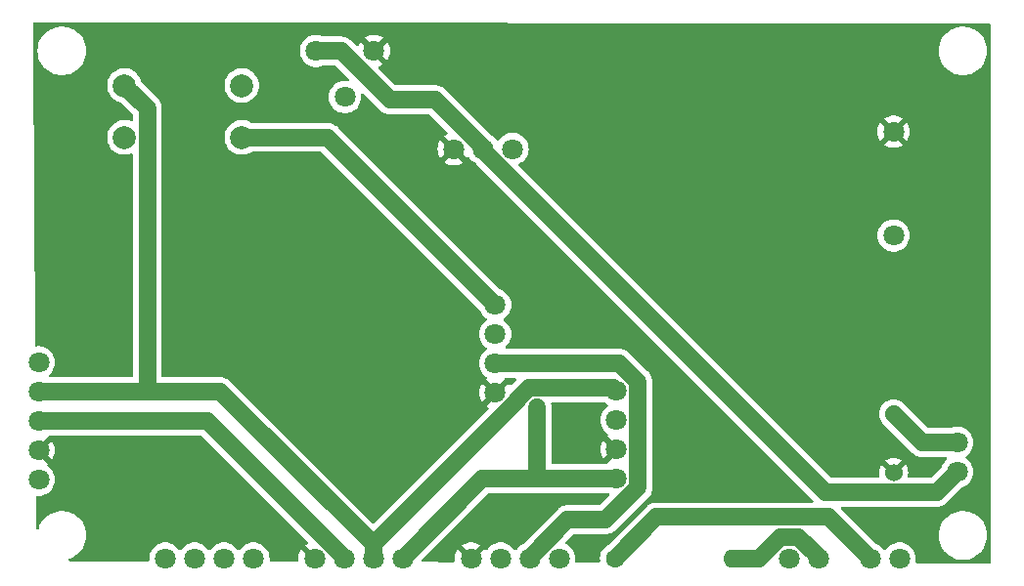
<source format=gbr>
%TF.GenerationSoftware,KiCad,Pcbnew,7.0.11+dfsg-1build4*%
%TF.CreationDate,2024-10-25T06:38:10+02:00*%
%TF.ProjectId,BertheVarioTac-Shema,42657274-6865-4566-9172-696f5461632d,rev?*%
%TF.SameCoordinates,Original*%
%TF.FileFunction,Copper,L1,Top*%
%TF.FilePolarity,Positive*%
%FSLAX46Y46*%
G04 Gerber Fmt 4.6, Leading zero omitted, Abs format (unit mm)*
G04 Created by KiCad (PCBNEW 7.0.11+dfsg-1build4) date 2024-10-25 06:38:10*
%MOMM*%
%LPD*%
G01*
G04 APERTURE LIST*
%TA.AperFunction,ComponentPad*%
%ADD10C,1.524000*%
%TD*%
%TA.AperFunction,ComponentPad*%
%ADD11C,1.800000*%
%TD*%
%TA.AperFunction,ComponentPad*%
%ADD12C,1.600000*%
%TD*%
%TA.AperFunction,ComponentPad*%
%ADD13O,1.600000X1.600000*%
%TD*%
%TA.AperFunction,ComponentPad*%
%ADD14C,2.000000*%
%TD*%
%TA.AperFunction,ViaPad*%
%ADD15C,0.600000*%
%TD*%
%TA.AperFunction,Conductor*%
%ADD16C,1.500000*%
%TD*%
G04 APERTURE END LIST*
D10*
%TO.P,BT1,1,+*%
%TO.N,Net-(BT1-+)*%
X168000000Y-127460000D03*
%TO.P,BT1,2,-*%
%TO.N,GNDREF*%
X168000000Y-132540000D03*
%TD*%
D11*
%TO.P,SW1,1*%
%TO.N,Net-(Lipo-1S-to-5V1-IN_3.7v)*%
X173500000Y-132500000D03*
%TO.P,SW1,2*%
%TO.N,Net-(BT1-+)*%
X173500000Y-129960000D03*
%TD*%
%TO.P,Usb-C-charger1,1,B-*%
%TO.N,GNDREF*%
X168000000Y-103000000D03*
%TO.P,Usb-C-charger1,2,+*%
%TO.N,Net-(BT1-+)*%
X168000000Y-112000000D03*
%TD*%
D12*
%TO.P,R1,1*%
%TO.N,Net-(R1-Pad1)*%
X143880000Y-140000000D03*
D13*
%TO.P,R1,2*%
%TO.N,Net-(P4-Pin_1)*%
X154040000Y-140000000D03*
%TD*%
D11*
%TO.P,CN1,1,Pin_1*%
%TO.N,Net-(BMP180_Press1-VIN)*%
X125500000Y-140000000D03*
%TO.P,CN1,2,Pin_2*%
%TO.N,Net-(BMP180_Press1-SDA)*%
X122960000Y-140000000D03*
%TO.P,CN1,3,Pin_3*%
%TO.N,Net-(BMP180_Press1-SCL)*%
X120420000Y-140000000D03*
%TO.P,CN1,4,Pin_4*%
%TO.N,GNDREF*%
X117880000Y-140000000D03*
%TD*%
D14*
%TO.P,R2,1*%
%TO.N,Net-(BMP180_Press1-VIN)*%
X111580000Y-99000000D03*
%TO.P,R2,2*%
%TO.N,Net-(BMP180_Press1-SDA)*%
X101420000Y-99000000D03*
%TD*%
D11*
%TO.P,S1,1,1*%
%TO.N,Net-(P4-Pin_2)*%
X168500000Y-140000000D03*
%TO.P,S1,2,2*%
%TO.N,Net-(R1-Pad1)*%
X165960000Y-140000000D03*
%TD*%
%TO.P,P4,1,Pin_1*%
%TO.N,Net-(P4-Pin_1)*%
X161500000Y-140000000D03*
%TO.P,P4,2,Pin_2*%
%TO.N,Net-(P4-Pin_2)*%
X158960000Y-140000000D03*
%TD*%
%TO.P,GPS-NEO6M1,1,GND*%
%TO.N,GNDREF*%
X133500000Y-125620000D03*
%TO.P,GPS-NEO6M1,2,TX*%
%TO.N,Net-(GPS-NEO6M1-TX)*%
X133500000Y-123080000D03*
%TO.P,GPS-NEO6M1,3,RX*%
%TO.N,unconnected-(GPS-NEO6M1-RX-Pad3)*%
X133500000Y-120540000D03*
%TO.P,GPS-NEO6M1,4,VCC*%
%TO.N,Net-(BMP180_Press1-VIN)*%
X133500000Y-118000000D03*
%TD*%
D14*
%TO.P,R3,1*%
%TO.N,Net-(BMP180_Press1-VIN)*%
X111580000Y-103500000D03*
%TO.P,R3,2*%
%TO.N,Net-(BMP180_Press1-SCL)*%
X101420000Y-103500000D03*
%TD*%
D11*
%TO.P,Lipo-1S-to-5V1,1,GND*%
%TO.N,GNDREF*%
X129920000Y-104500000D03*
%TO.P,Lipo-1S-to-5V1,2,IN_3.7v*%
%TO.N,Net-(Lipo-1S-to-5V1-IN_3.7v)*%
X132460000Y-104500000D03*
%TO.P,Lipo-1S-to-5V1,3,OUT_5V*%
%TO.N,Net-(Lipo-1S-to-5V1-OUT_5V)*%
X135000000Y-104500000D03*
%TD*%
%TO.P,QMC5883_Mag1,1,VCC*%
%TO.N,Net-(BMP180_Press1-VIN)*%
X94000000Y-133160000D03*
%TO.P,QMC5883_Mag1,2,GND*%
%TO.N,GNDREF*%
X94000000Y-130620000D03*
%TO.P,QMC5883_Mag1,3,SCL*%
%TO.N,Net-(BMP180_Press1-SCL)*%
X94000000Y-128080000D03*
%TO.P,QMC5883_Mag1,4,SDA*%
%TO.N,Net-(BMP180_Press1-SDA)*%
X94000000Y-125540000D03*
%TO.P,QMC5883_Mag1,5*%
%TO.N,N/C*%
X94000000Y-123000000D03*
%TD*%
%TO.P,P1,1,Pin_1*%
%TO.N,Net-(Lipo-1S-to-5V1-OUT_5V)*%
X139040000Y-140000000D03*
%TO.P,P1,2,Pin_2*%
%TO.N,Net-(GPS-NEO6M1-TX)*%
X136500000Y-140000000D03*
%TO.P,P1,3,Pin_3*%
%TO.N,unconnected-(P1-Pin_3-Pad3)*%
X133960000Y-140000000D03*
%TO.P,P1,4,Pin_4*%
%TO.N,GNDREF*%
X131420000Y-140000000D03*
%TD*%
%TO.P,P5,1,1*%
%TO.N,Net-(Lipo-1S-to-5V1-IN_3.7v)*%
X118000000Y-96000000D03*
%TO.P,P5,2,2*%
%TO.N,Net-(P3-Pin_3)*%
X120500000Y-100000000D03*
%TO.P,P5,3,3*%
%TO.N,GNDREF*%
X123000000Y-96000000D03*
%TD*%
%TO.P,BMP180_Press1,1,SDA*%
%TO.N,Net-(BMP180_Press1-SDA)*%
X144000000Y-125460000D03*
%TO.P,BMP180_Press1,2,SCL*%
%TO.N,Net-(BMP180_Press1-SCL)*%
X144000000Y-128000000D03*
%TO.P,BMP180_Press1,3,GND*%
%TO.N,GNDREF*%
X144000000Y-130540000D03*
%TO.P,BMP180_Press1,4,VIN*%
%TO.N,Net-(BMP180_Press1-VIN)*%
X144000000Y-133080000D03*
%TD*%
%TO.P,P3,1,Pin_1*%
%TO.N,unconnected-(P3-Pin_1-Pad1)*%
X112580000Y-140000000D03*
%TO.P,P3,2,Pin_2*%
%TO.N,unconnected-(P3-Pin_2-Pad2)*%
X110040000Y-140000000D03*
%TO.P,P3,3,Pin_3*%
%TO.N,Net-(P3-Pin_3)*%
X107500000Y-140000000D03*
%TO.P,P3,4,Pin_4*%
%TO.N,unconnected-(P3-Pin_4-Pad4)*%
X104960000Y-140000000D03*
%TD*%
D15*
%TO.N,Net-(BMP180_Press1-VIN)*%
X137124600Y-126899900D03*
%TD*%
D16*
%TO.N,Net-(Lipo-1S-to-5V1-IN_3.7v)*%
X132460000Y-104366500D02*
X132460000Y-104500000D01*
X128326800Y-100233300D02*
X132460000Y-104366500D01*
X124397600Y-100233300D02*
X128326800Y-100233300D01*
X120164300Y-96000000D02*
X124397600Y-100233300D01*
X118000000Y-96000000D02*
X120164300Y-96000000D01*
X171729800Y-134270200D02*
X173500000Y-132500000D01*
X162128800Y-134270200D02*
X171729800Y-134270200D01*
X132460000Y-104601400D02*
X162128800Y-134270200D01*
X132460000Y-104500000D02*
X132460000Y-104601400D01*
%TO.N,Net-(BMP180_Press1-SCL)*%
X108579000Y-128080000D02*
X94000000Y-128080000D01*
X120420000Y-139921000D02*
X108579000Y-128080000D01*
X120420000Y-140000000D02*
X120420000Y-139921000D01*
%TO.N,Net-(BMP180_Press1-SDA)*%
X135422700Y-126324700D02*
X122960000Y-138787400D01*
X135422700Y-126194900D02*
X135422700Y-126324700D01*
X136419600Y-125198000D02*
X135422700Y-126194900D01*
X143738000Y-125198000D02*
X136419600Y-125198000D01*
X144000000Y-125460000D02*
X143738000Y-125198000D01*
X122960000Y-138787400D02*
X122960000Y-140000000D01*
X103386700Y-100966700D02*
X101420000Y-99000000D01*
X103386700Y-125540000D02*
X103386700Y-100966700D01*
X109712600Y-125540000D02*
X103386700Y-125540000D01*
X122960000Y-138787400D02*
X109712600Y-125540000D01*
X103386700Y-125540000D02*
X94000000Y-125540000D01*
%TO.N,Net-(BMP180_Press1-VIN)*%
X137124600Y-126899900D02*
X137124600Y-133080000D01*
X144000000Y-133080000D02*
X137124600Y-133080000D01*
X132420000Y-133080000D02*
X125500000Y-140000000D01*
X137124600Y-133080000D02*
X132420000Y-133080000D01*
X119000000Y-103500000D02*
X111580000Y-103500000D01*
X133500000Y-118000000D02*
X119000000Y-103500000D01*
%TO.N,Net-(GPS-NEO6M1-TX)*%
X136500000Y-139894200D02*
X136500000Y-140000000D01*
X139776000Y-136618200D02*
X136500000Y-139894200D01*
X143092000Y-136618200D02*
X139776000Y-136618200D01*
X145859200Y-133851000D02*
X143092000Y-136618200D01*
X145859200Y-124686800D02*
X145859200Y-133851000D01*
X144252400Y-123080000D02*
X145859200Y-124686800D01*
X133500000Y-123080000D02*
X144252400Y-123080000D01*
%TO.N,Net-(BT1-+)*%
X170500000Y-129960000D02*
X168000000Y-127460000D01*
X173500000Y-129960000D02*
X170500000Y-129960000D01*
%TO.N,Net-(P4-Pin_1)*%
X161296900Y-139796900D02*
X161500000Y-140000000D01*
X161296800Y-139796900D02*
X161296900Y-139796900D01*
X161296800Y-139705900D02*
X161296800Y-139796900D01*
X159737700Y-138146800D02*
X161296800Y-139705900D01*
X158193200Y-138146800D02*
X159737700Y-138146800D01*
X156340000Y-140000000D02*
X158193200Y-138146800D01*
X154040000Y-140000000D02*
X156340000Y-140000000D01*
%TO.N,Net-(R1-Pad1)*%
X162361000Y-136401000D02*
X165960000Y-140000000D01*
X147479000Y-136401000D02*
X162361000Y-136401000D01*
X143880000Y-140000000D02*
X147479000Y-136401000D01*
%TD*%
%TA.AperFunction,Conductor*%
%TO.N,GNDREF*%
G36*
X176260171Y-93615943D02*
G01*
X176327183Y-93635720D01*
X176372865Y-93688587D01*
X176384000Y-93739828D01*
X176427127Y-140302840D01*
X176407504Y-140369898D01*
X176354743Y-140415702D01*
X176302841Y-140426955D01*
X169999301Y-140412410D01*
X169932307Y-140392570D01*
X169886674Y-140339661D01*
X169876890Y-140270480D01*
X169879382Y-140257967D01*
X169880361Y-140254100D01*
X169886134Y-140231305D01*
X169886507Y-140226808D01*
X169905300Y-140000006D01*
X169905300Y-139999993D01*
X169886135Y-139768702D01*
X169886133Y-139768691D01*
X169829157Y-139543699D01*
X169735924Y-139331151D01*
X169608983Y-139136852D01*
X169608980Y-139136849D01*
X169608979Y-139136847D01*
X169451784Y-138966087D01*
X169451779Y-138966083D01*
X169451777Y-138966081D01*
X169268634Y-138823535D01*
X169268628Y-138823531D01*
X169064504Y-138713064D01*
X169064495Y-138713061D01*
X168844984Y-138637702D01*
X168664428Y-138607573D01*
X168616049Y-138599500D01*
X168383951Y-138599500D01*
X168338164Y-138607140D01*
X168155015Y-138637702D01*
X167935504Y-138713061D01*
X167935495Y-138713064D01*
X167731371Y-138823531D01*
X167731365Y-138823535D01*
X167548222Y-138966081D01*
X167548219Y-138966084D01*
X167548216Y-138966086D01*
X167548216Y-138966087D01*
X167530011Y-138985863D01*
X167391016Y-139136852D01*
X167333809Y-139224416D01*
X167280662Y-139269773D01*
X167211431Y-139279197D01*
X167148095Y-139249695D01*
X167126191Y-139224416D01*
X167068983Y-139136852D01*
X167068980Y-139136849D01*
X167068979Y-139136847D01*
X166911784Y-138966087D01*
X166911779Y-138966083D01*
X166911777Y-138966081D01*
X166728634Y-138823535D01*
X166728628Y-138823531D01*
X166524504Y-138713064D01*
X166524495Y-138713061D01*
X166425298Y-138679006D01*
X166377880Y-138649406D01*
X165728474Y-138000000D01*
X171894592Y-138000000D01*
X171914201Y-138286680D01*
X171914201Y-138286684D01*
X171914202Y-138286686D01*
X171935984Y-138391509D01*
X171972666Y-138568034D01*
X171972667Y-138568037D01*
X172068894Y-138838793D01*
X172068893Y-138838793D01*
X172201098Y-139093935D01*
X172366812Y-139328700D01*
X172441655Y-139408836D01*
X172562947Y-139538708D01*
X172785853Y-139720055D01*
X172873423Y-139773308D01*
X173031382Y-139869365D01*
X173218237Y-139950526D01*
X173294942Y-139983844D01*
X173571642Y-140061371D01*
X173821920Y-140095771D01*
X173856321Y-140100500D01*
X173856322Y-140100500D01*
X174143679Y-140100500D01*
X174174370Y-140096281D01*
X174428358Y-140061371D01*
X174705058Y-139983844D01*
X174869726Y-139912319D01*
X174968617Y-139869365D01*
X174968620Y-139869363D01*
X174968625Y-139869361D01*
X175214147Y-139720055D01*
X175437053Y-139538708D01*
X175633189Y-139328698D01*
X175798901Y-139093936D01*
X175931104Y-138838797D01*
X176027334Y-138568032D01*
X176085798Y-138286686D01*
X176105408Y-138000000D01*
X176085798Y-137713314D01*
X176027334Y-137431968D01*
X175997347Y-137347594D01*
X175931105Y-137161206D01*
X175931106Y-137161206D01*
X175798901Y-136906064D01*
X175633187Y-136671299D01*
X175554554Y-136587105D01*
X175437053Y-136461292D01*
X175214147Y-136279945D01*
X175214146Y-136279944D01*
X174968617Y-136130634D01*
X174705063Y-136016158D01*
X174705061Y-136016157D01*
X174705058Y-136016156D01*
X174575578Y-135979877D01*
X174428364Y-135938630D01*
X174428359Y-135938629D01*
X174428358Y-135938629D01*
X174286018Y-135919064D01*
X174143679Y-135899500D01*
X174143678Y-135899500D01*
X173856322Y-135899500D01*
X173856321Y-135899500D01*
X173571642Y-135938629D01*
X173571635Y-135938630D01*
X173363861Y-135996845D01*
X173294942Y-136016156D01*
X173294939Y-136016156D01*
X173294936Y-136016158D01*
X173294935Y-136016158D01*
X173031382Y-136130634D01*
X172785853Y-136279944D01*
X172562950Y-136461289D01*
X172366812Y-136671299D01*
X172201098Y-136906064D01*
X172068894Y-137161206D01*
X171972667Y-137431962D01*
X171972666Y-137431965D01*
X171914201Y-137713319D01*
X171894592Y-138000000D01*
X165728474Y-138000000D01*
X163460855Y-135732381D01*
X163427370Y-135671058D01*
X163432354Y-135601366D01*
X163474226Y-135545433D01*
X163539690Y-135521016D01*
X163548536Y-135520700D01*
X171652614Y-135520700D01*
X171666497Y-135521479D01*
X171701627Y-135525438D01*
X171701628Y-135525437D01*
X171701630Y-135525438D01*
X171767733Y-135520981D01*
X171776075Y-135520700D01*
X171785949Y-135520700D01*
X171785955Y-135520700D01*
X171826593Y-135517041D01*
X171829304Y-135516828D01*
X171926212Y-135510296D01*
X171930446Y-135509228D01*
X171949641Y-135505967D01*
X171953988Y-135505577D01*
X172047656Y-135479725D01*
X172050244Y-135479041D01*
X172144483Y-135455296D01*
X172148455Y-135453491D01*
X172166762Y-135446854D01*
X172170970Y-135445693D01*
X172258540Y-135403521D01*
X172260931Y-135402402D01*
X172349426Y-135362207D01*
X172353020Y-135359716D01*
X172369835Y-135349924D01*
X172373773Y-135348029D01*
X172452392Y-135290908D01*
X172454524Y-135289394D01*
X172534454Y-135234020D01*
X172537543Y-135230930D01*
X172552345Y-135218288D01*
X172555878Y-135215722D01*
X172623039Y-135145475D01*
X172624896Y-135143576D01*
X173917882Y-133850590D01*
X173965294Y-133820993D01*
X174064503Y-133786936D01*
X174268626Y-133676470D01*
X174451784Y-133533913D01*
X174608979Y-133363153D01*
X174735924Y-133168849D01*
X174829157Y-132956300D01*
X174886134Y-132731305D01*
X174886135Y-132731297D01*
X174905300Y-132500006D01*
X174905300Y-132499993D01*
X174886135Y-132268702D01*
X174886133Y-132268691D01*
X174829157Y-132043699D01*
X174735924Y-131831151D01*
X174608983Y-131636852D01*
X174608980Y-131636849D01*
X174608979Y-131636847D01*
X174451784Y-131466087D01*
X174274180Y-131327853D01*
X174233368Y-131271143D01*
X174229693Y-131201370D01*
X174264324Y-131140687D01*
X174274181Y-131132146D01*
X174451784Y-130993913D01*
X174608979Y-130823153D01*
X174735924Y-130628849D01*
X174829157Y-130416300D01*
X174886134Y-130191305D01*
X174889156Y-130154835D01*
X174905300Y-129960006D01*
X174905300Y-129959993D01*
X174886135Y-129728702D01*
X174886133Y-129728691D01*
X174829157Y-129503699D01*
X174735924Y-129291151D01*
X174608983Y-129096852D01*
X174608980Y-129096849D01*
X174608979Y-129096847D01*
X174451784Y-128926087D01*
X174451779Y-128926083D01*
X174451777Y-128926081D01*
X174268634Y-128783535D01*
X174268628Y-128783531D01*
X174064504Y-128673064D01*
X174064495Y-128673061D01*
X173844984Y-128597702D01*
X173673282Y-128569050D01*
X173616049Y-128559500D01*
X173383951Y-128559500D01*
X173338164Y-128567140D01*
X173155015Y-128597702D01*
X172935501Y-128673062D01*
X172935486Y-128673069D01*
X172895786Y-128694554D01*
X172836768Y-128709500D01*
X171069336Y-128709500D01*
X171002297Y-128689815D01*
X170981655Y-128673181D01*
X169018137Y-126709663D01*
X169004242Y-126693104D01*
X169001268Y-126688857D01*
X168970826Y-126645380D01*
X168814620Y-126489174D01*
X168814616Y-126489171D01*
X168814615Y-126489170D01*
X168633666Y-126362468D01*
X168633662Y-126362466D01*
X168633660Y-126362465D01*
X168433450Y-126269106D01*
X168433447Y-126269105D01*
X168433445Y-126269104D01*
X168220070Y-126211930D01*
X168220062Y-126211929D01*
X168000002Y-126192677D01*
X167999998Y-126192677D01*
X167779937Y-126211929D01*
X167779929Y-126211930D01*
X167566554Y-126269104D01*
X167566548Y-126269107D01*
X167366340Y-126362465D01*
X167366338Y-126362466D01*
X167185377Y-126489175D01*
X167029175Y-126645377D01*
X166902466Y-126826338D01*
X166902465Y-126826340D01*
X166809107Y-127026548D01*
X166809104Y-127026554D01*
X166751930Y-127239929D01*
X166751929Y-127239937D01*
X166732677Y-127459997D01*
X166732677Y-127460002D01*
X166751929Y-127680062D01*
X166751930Y-127680070D01*
X166809104Y-127893445D01*
X166809105Y-127893447D01*
X166809106Y-127893450D01*
X166827217Y-127932289D01*
X166902466Y-128093662D01*
X166902468Y-128093666D01*
X167029170Y-128274615D01*
X167029174Y-128274620D01*
X167185380Y-128430826D01*
X167185381Y-128430827D01*
X167233106Y-128464244D01*
X167249664Y-128478138D01*
X169561182Y-130789656D01*
X169570448Y-130800024D01*
X169592492Y-130827666D01*
X169642395Y-130871266D01*
X169648491Y-130876965D01*
X169655471Y-130883945D01*
X169686798Y-130910098D01*
X169688864Y-130911864D01*
X169762001Y-130975763D01*
X169765750Y-130978003D01*
X169781624Y-130989265D01*
X169784981Y-130992068D01*
X169869516Y-131040034D01*
X169871778Y-131041352D01*
X169955236Y-131091215D01*
X169959327Y-131092750D01*
X169976955Y-131100996D01*
X169980755Y-131103153D01*
X170072450Y-131135238D01*
X170075023Y-131136172D01*
X170147320Y-131163305D01*
X170165976Y-131170307D01*
X170165980Y-131170307D01*
X170165981Y-131170308D01*
X170170264Y-131171085D01*
X170189086Y-131176052D01*
X170193218Y-131177498D01*
X170289233Y-131192704D01*
X170291828Y-131193145D01*
X170363558Y-131206163D01*
X170387452Y-131210500D01*
X170387453Y-131210500D01*
X170391828Y-131210500D01*
X170411231Y-131212028D01*
X170412938Y-131212297D01*
X170415540Y-131212710D01*
X170512641Y-131210531D01*
X170515423Y-131210500D01*
X172515395Y-131210500D01*
X172582434Y-131230185D01*
X172628189Y-131282989D01*
X172638133Y-131352147D01*
X172609108Y-131415703D01*
X172591560Y-131432351D01*
X172561278Y-131455920D01*
X172548217Y-131466086D01*
X172391016Y-131636852D01*
X172264076Y-131831149D01*
X172168783Y-132048396D01*
X172167822Y-132047974D01*
X172141678Y-132089846D01*
X171248145Y-132983381D01*
X171186822Y-133016866D01*
X171160464Y-133019700D01*
X169339584Y-133019700D01*
X169272545Y-133000015D01*
X169226790Y-132947211D01*
X169216846Y-132878053D01*
X169219809Y-132863607D01*
X169247573Y-132759986D01*
X169247575Y-132759976D01*
X169266821Y-132540000D01*
X169266821Y-132539999D01*
X169247575Y-132320023D01*
X169247573Y-132320013D01*
X169190424Y-132106729D01*
X169190420Y-132106720D01*
X169097096Y-131906586D01*
X169051741Y-131841811D01*
X169051740Y-131841810D01*
X168384903Y-132508646D01*
X168384949Y-132508102D01*
X168353734Y-132384838D01*
X168284187Y-132278388D01*
X168183843Y-132200287D01*
X168063578Y-132159000D01*
X168027448Y-132159000D01*
X168698188Y-131488259D01*
X168698187Y-131488258D01*
X168633411Y-131442901D01*
X168633405Y-131442898D01*
X168433284Y-131349580D01*
X168433270Y-131349575D01*
X168219986Y-131292426D01*
X168219976Y-131292424D01*
X168000001Y-131273179D01*
X167999999Y-131273179D01*
X167780023Y-131292424D01*
X167780013Y-131292426D01*
X167566729Y-131349575D01*
X167566720Y-131349579D01*
X167366590Y-131442901D01*
X167301811Y-131488258D01*
X167972553Y-132159000D01*
X167968431Y-132159000D01*
X167874579Y-132174661D01*
X167762749Y-132235180D01*
X167676629Y-132328731D01*
X167625552Y-132445177D01*
X167619894Y-132513447D01*
X166948258Y-131841811D01*
X166902901Y-131906590D01*
X166809579Y-132106720D01*
X166809575Y-132106729D01*
X166752426Y-132320013D01*
X166752424Y-132320023D01*
X166733179Y-132539999D01*
X166733179Y-132540000D01*
X166752424Y-132759976D01*
X166752426Y-132759986D01*
X166780191Y-132863607D01*
X166778528Y-132933457D01*
X166739365Y-132991319D01*
X166675137Y-133018823D01*
X166660416Y-133019700D01*
X162698137Y-133019700D01*
X162631098Y-133000015D01*
X162610456Y-132983381D01*
X141627080Y-112000006D01*
X166594700Y-112000006D01*
X166613864Y-112231297D01*
X166613866Y-112231308D01*
X166670842Y-112456300D01*
X166764075Y-112668848D01*
X166891016Y-112863147D01*
X166891019Y-112863151D01*
X166891021Y-112863153D01*
X167048216Y-113033913D01*
X167048219Y-113033915D01*
X167048222Y-113033918D01*
X167231365Y-113176464D01*
X167231371Y-113176468D01*
X167231374Y-113176470D01*
X167435497Y-113286936D01*
X167549487Y-113326068D01*
X167655015Y-113362297D01*
X167655017Y-113362297D01*
X167655019Y-113362298D01*
X167883951Y-113400500D01*
X167883952Y-113400500D01*
X168116048Y-113400500D01*
X168116049Y-113400500D01*
X168344981Y-113362298D01*
X168564503Y-113286936D01*
X168768626Y-113176470D01*
X168951784Y-113033913D01*
X169108979Y-112863153D01*
X169235924Y-112668849D01*
X169329157Y-112456300D01*
X169386134Y-112231305D01*
X169405300Y-112000000D01*
X169405300Y-111999993D01*
X169386135Y-111768702D01*
X169386133Y-111768691D01*
X169329157Y-111543699D01*
X169235924Y-111331151D01*
X169108983Y-111136852D01*
X169108980Y-111136849D01*
X169108979Y-111136847D01*
X168951784Y-110966087D01*
X168951779Y-110966083D01*
X168951777Y-110966081D01*
X168768634Y-110823535D01*
X168768628Y-110823531D01*
X168564504Y-110713064D01*
X168564495Y-110713061D01*
X168344984Y-110637702D01*
X168173282Y-110609050D01*
X168116049Y-110599500D01*
X167883951Y-110599500D01*
X167838164Y-110607140D01*
X167655015Y-110637702D01*
X167435504Y-110713061D01*
X167435495Y-110713064D01*
X167231371Y-110823531D01*
X167231365Y-110823535D01*
X167048222Y-110966081D01*
X167048219Y-110966084D01*
X166891016Y-111136852D01*
X166764075Y-111331151D01*
X166670842Y-111543699D01*
X166613866Y-111768691D01*
X166613864Y-111768702D01*
X166594700Y-111999993D01*
X166594700Y-112000006D01*
X141627080Y-112000006D01*
X135584443Y-105957369D01*
X135550958Y-105896046D01*
X135555942Y-105826354D01*
X135597814Y-105770421D01*
X135613102Y-105760635D01*
X135768626Y-105676470D01*
X135769170Y-105676047D01*
X135830129Y-105628600D01*
X135951784Y-105533913D01*
X136108979Y-105363153D01*
X136235924Y-105168849D01*
X136329157Y-104956300D01*
X136386134Y-104731305D01*
X136386135Y-104731297D01*
X136405300Y-104500006D01*
X136405300Y-104499993D01*
X136386135Y-104268702D01*
X136386133Y-104268691D01*
X136329157Y-104043699D01*
X136235924Y-103831151D01*
X136108983Y-103636852D01*
X136108980Y-103636849D01*
X136108979Y-103636847D01*
X135951784Y-103466087D01*
X135951779Y-103466083D01*
X135951777Y-103466081D01*
X135768634Y-103323535D01*
X135768628Y-103323531D01*
X135564504Y-103213064D01*
X135564495Y-103213061D01*
X135344984Y-103137702D01*
X135173282Y-103109050D01*
X135116049Y-103099500D01*
X134883951Y-103099500D01*
X134838164Y-103107140D01*
X134655015Y-103137702D01*
X134435504Y-103213061D01*
X134435495Y-103213064D01*
X134231371Y-103323531D01*
X134231365Y-103323535D01*
X134048222Y-103466081D01*
X134048219Y-103466084D01*
X134048216Y-103466086D01*
X134048216Y-103466087D01*
X133989267Y-103530122D01*
X133891016Y-103636852D01*
X133833809Y-103724416D01*
X133780662Y-103769773D01*
X133711431Y-103779197D01*
X133648095Y-103749695D01*
X133626191Y-103724416D01*
X133568983Y-103636852D01*
X133568980Y-103636849D01*
X133568979Y-103636847D01*
X133411784Y-103466087D01*
X133411779Y-103466083D01*
X133411777Y-103466081D01*
X133228634Y-103323535D01*
X133228619Y-103323525D01*
X133150528Y-103281264D01*
X133121865Y-103259891D01*
X132861979Y-103000005D01*
X166595202Y-103000005D01*
X166614361Y-103231218D01*
X166671317Y-103456135D01*
X166764515Y-103668606D01*
X166848812Y-103797633D01*
X167602046Y-103044399D01*
X167614835Y-103125148D01*
X167672359Y-103238045D01*
X167761955Y-103327641D01*
X167874852Y-103385165D01*
X167955599Y-103397953D01*
X167201201Y-104152351D01*
X167231649Y-104176050D01*
X167435697Y-104286476D01*
X167435706Y-104286479D01*
X167655139Y-104361811D01*
X167883993Y-104400000D01*
X168116007Y-104400000D01*
X168344860Y-104361811D01*
X168564293Y-104286479D01*
X168564301Y-104286476D01*
X168768355Y-104176047D01*
X168798797Y-104152351D01*
X168798798Y-104152350D01*
X168044401Y-103397953D01*
X168125148Y-103385165D01*
X168238045Y-103327641D01*
X168327641Y-103238045D01*
X168385165Y-103125148D01*
X168397953Y-103044400D01*
X169151186Y-103797633D01*
X169235482Y-103668611D01*
X169328682Y-103456135D01*
X169385638Y-103231218D01*
X169404798Y-103000005D01*
X169404798Y-102999994D01*
X169385638Y-102768781D01*
X169328682Y-102543864D01*
X169235484Y-102331393D01*
X169151186Y-102202365D01*
X168397953Y-102955598D01*
X168385165Y-102874852D01*
X168327641Y-102761955D01*
X168238045Y-102672359D01*
X168125148Y-102614835D01*
X168044400Y-102602046D01*
X168798797Y-101847647D01*
X168798797Y-101847645D01*
X168768360Y-101823955D01*
X168768354Y-101823951D01*
X168564302Y-101713523D01*
X168564293Y-101713520D01*
X168344860Y-101638188D01*
X168116007Y-101600000D01*
X167883993Y-101600000D01*
X167655139Y-101638188D01*
X167435706Y-101713520D01*
X167435697Y-101713523D01*
X167231650Y-101823949D01*
X167201200Y-101847647D01*
X167955600Y-102602046D01*
X167874852Y-102614835D01*
X167761955Y-102672359D01*
X167672359Y-102761955D01*
X167614835Y-102874852D01*
X167602046Y-102955600D01*
X166848811Y-102202365D01*
X166764516Y-102331390D01*
X166671317Y-102543864D01*
X166614361Y-102768781D01*
X166595202Y-102999994D01*
X166595202Y-103000005D01*
X132861979Y-103000005D01*
X129265616Y-99403642D01*
X129256349Y-99393273D01*
X129234306Y-99365632D01*
X129184403Y-99322032D01*
X129178307Y-99316333D01*
X129171332Y-99309358D01*
X129171321Y-99309348D01*
X129140055Y-99283245D01*
X129137939Y-99281438D01*
X129064803Y-99217540D01*
X129064797Y-99217536D01*
X129064796Y-99217535D01*
X129061041Y-99215291D01*
X129045173Y-99204032D01*
X129041819Y-99201232D01*
X129041818Y-99201231D01*
X129041813Y-99201227D01*
X128957348Y-99153301D01*
X128954944Y-99151901D01*
X128871563Y-99102084D01*
X128867469Y-99100548D01*
X128849844Y-99092302D01*
X128846045Y-99090146D01*
X128754369Y-99058067D01*
X128751753Y-99057119D01*
X128660829Y-99022994D01*
X128660819Y-99022991D01*
X128656523Y-99022212D01*
X128637718Y-99017249D01*
X128633584Y-99015802D01*
X128633577Y-99015801D01*
X128537648Y-99000607D01*
X128534905Y-99000141D01*
X128439350Y-98982800D01*
X128439347Y-98982800D01*
X128434972Y-98982800D01*
X128415569Y-98981272D01*
X128411260Y-98980589D01*
X128314159Y-98982769D01*
X128311377Y-98982800D01*
X124966936Y-98982800D01*
X124899897Y-98963115D01*
X124879255Y-98946481D01*
X123447896Y-97515122D01*
X123414411Y-97453799D01*
X123419395Y-97384107D01*
X123461267Y-97328174D01*
X123495315Y-97310159D01*
X123564301Y-97286476D01*
X123768355Y-97176047D01*
X123798797Y-97152351D01*
X123798798Y-97152351D01*
X123044400Y-96397953D01*
X123125148Y-96385165D01*
X123238045Y-96327641D01*
X123327641Y-96238045D01*
X123385165Y-96125148D01*
X123397953Y-96044400D01*
X124151186Y-96797633D01*
X124235482Y-96668611D01*
X124328682Y-96456135D01*
X124385638Y-96231218D01*
X124404798Y-96000005D01*
X124404798Y-96000000D01*
X171894592Y-96000000D01*
X171914201Y-96286680D01*
X171914201Y-96286684D01*
X171914202Y-96286686D01*
X171928097Y-96353553D01*
X171972666Y-96568034D01*
X171972667Y-96568037D01*
X172068894Y-96838793D01*
X172068893Y-96838793D01*
X172201098Y-97093935D01*
X172366812Y-97328700D01*
X172451923Y-97419831D01*
X172562947Y-97538708D01*
X172664309Y-97621172D01*
X172785853Y-97720055D01*
X173031382Y-97869365D01*
X173218237Y-97950526D01*
X173294942Y-97983844D01*
X173571642Y-98061371D01*
X173821920Y-98095771D01*
X173856321Y-98100500D01*
X173856322Y-98100500D01*
X174143679Y-98100500D01*
X174174370Y-98096281D01*
X174428358Y-98061371D01*
X174705058Y-97983844D01*
X174818015Y-97934779D01*
X174968617Y-97869365D01*
X174968620Y-97869363D01*
X174968625Y-97869361D01*
X175214147Y-97720055D01*
X175437053Y-97538708D01*
X175633189Y-97328698D01*
X175798901Y-97093936D01*
X175931104Y-96838797D01*
X176027334Y-96568032D01*
X176085798Y-96286686D01*
X176105408Y-96000000D01*
X176085798Y-95713314D01*
X176027334Y-95431968D01*
X175931105Y-95161206D01*
X175931106Y-95161206D01*
X175798901Y-94906064D01*
X175633187Y-94671299D01*
X175554554Y-94587105D01*
X175437053Y-94461292D01*
X175214147Y-94279945D01*
X175214146Y-94279944D01*
X174968617Y-94130634D01*
X174705063Y-94016158D01*
X174705061Y-94016157D01*
X174705058Y-94016156D01*
X174575578Y-93979877D01*
X174428364Y-93938630D01*
X174428359Y-93938629D01*
X174428358Y-93938629D01*
X174286018Y-93919064D01*
X174143679Y-93899500D01*
X174143678Y-93899500D01*
X173856322Y-93899500D01*
X173856321Y-93899500D01*
X173571642Y-93938629D01*
X173571635Y-93938630D01*
X173363861Y-93996845D01*
X173294942Y-94016156D01*
X173294939Y-94016156D01*
X173294936Y-94016158D01*
X173294935Y-94016158D01*
X173031382Y-94130634D01*
X172785853Y-94279944D01*
X172562950Y-94461289D01*
X172366812Y-94671299D01*
X172201098Y-94906064D01*
X172068894Y-95161206D01*
X171972667Y-95431962D01*
X171972666Y-95431965D01*
X171914201Y-95713319D01*
X171894592Y-96000000D01*
X124404798Y-96000000D01*
X124404798Y-95999994D01*
X124385638Y-95768781D01*
X124328682Y-95543864D01*
X124235484Y-95331393D01*
X124151186Y-95202365D01*
X123397953Y-95955598D01*
X123385165Y-95874852D01*
X123327641Y-95761955D01*
X123238045Y-95672359D01*
X123125148Y-95614835D01*
X123044400Y-95602046D01*
X123798797Y-94847647D01*
X123798797Y-94847645D01*
X123768360Y-94823955D01*
X123768354Y-94823951D01*
X123564302Y-94713523D01*
X123564293Y-94713520D01*
X123344860Y-94638188D01*
X123116007Y-94600000D01*
X122883993Y-94600000D01*
X122655139Y-94638188D01*
X122435706Y-94713520D01*
X122435697Y-94713523D01*
X122231650Y-94823949D01*
X122201200Y-94847647D01*
X122955600Y-95602046D01*
X122874852Y-95614835D01*
X122761955Y-95672359D01*
X122672359Y-95761955D01*
X122614835Y-95874852D01*
X122602046Y-95955599D01*
X121848811Y-95202365D01*
X121764516Y-95331390D01*
X121684863Y-95512981D01*
X121639907Y-95566467D01*
X121573171Y-95587157D01*
X121505843Y-95568482D01*
X121483626Y-95550852D01*
X121103116Y-95170342D01*
X121093849Y-95159973D01*
X121071806Y-95132332D01*
X121021903Y-95088732D01*
X121015807Y-95083033D01*
X121008832Y-95076058D01*
X121008821Y-95076048D01*
X120977555Y-95049945D01*
X120975439Y-95048138D01*
X120902303Y-94984240D01*
X120902297Y-94984236D01*
X120902296Y-94984235D01*
X120898541Y-94981991D01*
X120882673Y-94970732D01*
X120879319Y-94967932D01*
X120879318Y-94967931D01*
X120879313Y-94967927D01*
X120794848Y-94920001D01*
X120792444Y-94918601D01*
X120709063Y-94868784D01*
X120704969Y-94867248D01*
X120687344Y-94859002D01*
X120683545Y-94856846D01*
X120591869Y-94824767D01*
X120589253Y-94823819D01*
X120498329Y-94789694D01*
X120498319Y-94789691D01*
X120494023Y-94788912D01*
X120475218Y-94783949D01*
X120471084Y-94782502D01*
X120471077Y-94782501D01*
X120375148Y-94767307D01*
X120372405Y-94766841D01*
X120276850Y-94749500D01*
X120276847Y-94749500D01*
X120272472Y-94749500D01*
X120253069Y-94747972D01*
X120248760Y-94747289D01*
X120151659Y-94749469D01*
X120148877Y-94749500D01*
X118663232Y-94749500D01*
X118604214Y-94734554D01*
X118564513Y-94713069D01*
X118564507Y-94713066D01*
X118564503Y-94713064D01*
X118564500Y-94713063D01*
X118564498Y-94713062D01*
X118344984Y-94637702D01*
X118173282Y-94609050D01*
X118116049Y-94599500D01*
X117883951Y-94599500D01*
X117838164Y-94607140D01*
X117655015Y-94637702D01*
X117435504Y-94713061D01*
X117435495Y-94713064D01*
X117231371Y-94823531D01*
X117231365Y-94823535D01*
X117048222Y-94966081D01*
X117048219Y-94966084D01*
X116891016Y-95136852D01*
X116764075Y-95331151D01*
X116670842Y-95543699D01*
X116613866Y-95768691D01*
X116613864Y-95768702D01*
X116594700Y-95999993D01*
X116594700Y-96000006D01*
X116613864Y-96231297D01*
X116613866Y-96231308D01*
X116670842Y-96456300D01*
X116764075Y-96668848D01*
X116891016Y-96863147D01*
X116891019Y-96863151D01*
X116891021Y-96863153D01*
X117048216Y-97033913D01*
X117048219Y-97033915D01*
X117048222Y-97033918D01*
X117231365Y-97176464D01*
X117231371Y-97176468D01*
X117231374Y-97176470D01*
X117435497Y-97286936D01*
X117549487Y-97326068D01*
X117655015Y-97362297D01*
X117655017Y-97362297D01*
X117655019Y-97362298D01*
X117883951Y-97400500D01*
X117883952Y-97400500D01*
X118116048Y-97400500D01*
X118116049Y-97400500D01*
X118344981Y-97362298D01*
X118564503Y-97286936D01*
X118586696Y-97274925D01*
X118604214Y-97265446D01*
X118663232Y-97250500D01*
X119594964Y-97250500D01*
X119662003Y-97270185D01*
X119682645Y-97286819D01*
X120797593Y-98401767D01*
X120831078Y-98463090D01*
X120826094Y-98532782D01*
X120784222Y-98588715D01*
X120718758Y-98613132D01*
X120689503Y-98611757D01*
X120616049Y-98599500D01*
X120383951Y-98599500D01*
X120338164Y-98607140D01*
X120155015Y-98637702D01*
X119935504Y-98713061D01*
X119935495Y-98713064D01*
X119731371Y-98823531D01*
X119731365Y-98823535D01*
X119548222Y-98966081D01*
X119548219Y-98966084D01*
X119548216Y-98966086D01*
X119548216Y-98966087D01*
X119516867Y-99000141D01*
X119391016Y-99136852D01*
X119264075Y-99331151D01*
X119170842Y-99543699D01*
X119113866Y-99768691D01*
X119113864Y-99768702D01*
X119094700Y-99999993D01*
X119094700Y-100000006D01*
X119113864Y-100231297D01*
X119113866Y-100231308D01*
X119170842Y-100456300D01*
X119264075Y-100668848D01*
X119391016Y-100863147D01*
X119391019Y-100863151D01*
X119391021Y-100863153D01*
X119548216Y-101033913D01*
X119548219Y-101033915D01*
X119548222Y-101033918D01*
X119731365Y-101176464D01*
X119731371Y-101176468D01*
X119731374Y-101176470D01*
X119935497Y-101286936D01*
X120016362Y-101314697D01*
X120155015Y-101362297D01*
X120155017Y-101362297D01*
X120155019Y-101362298D01*
X120383951Y-101400500D01*
X120383952Y-101400500D01*
X120616048Y-101400500D01*
X120616049Y-101400500D01*
X120844981Y-101362298D01*
X121064503Y-101286936D01*
X121268626Y-101176470D01*
X121309617Y-101144566D01*
X121365634Y-101100966D01*
X121451784Y-101033913D01*
X121608979Y-100863153D01*
X121735924Y-100668849D01*
X121829157Y-100456300D01*
X121886134Y-100231305D01*
X121891873Y-100162046D01*
X121905300Y-100000006D01*
X121905300Y-99999994D01*
X121888916Y-99802268D01*
X121902997Y-99733832D01*
X121951842Y-99683873D01*
X122019943Y-99668252D01*
X122085679Y-99691929D01*
X122100173Y-99704347D01*
X123458782Y-101062956D01*
X123468048Y-101073324D01*
X123490092Y-101100966D01*
X123539995Y-101144566D01*
X123546091Y-101150265D01*
X123553066Y-101157240D01*
X123553077Y-101157250D01*
X123584339Y-101183350D01*
X123586454Y-101185156D01*
X123659604Y-101249065D01*
X123663350Y-101251303D01*
X123679224Y-101262565D01*
X123682581Y-101265368D01*
X123767116Y-101313334D01*
X123769378Y-101314652D01*
X123852836Y-101364515D01*
X123856927Y-101366050D01*
X123874555Y-101374296D01*
X123878355Y-101376453D01*
X123970096Y-101408554D01*
X123972598Y-101409461D01*
X124063576Y-101443607D01*
X124066165Y-101444076D01*
X124067874Y-101444387D01*
X124086689Y-101449353D01*
X124090817Y-101450798D01*
X124186837Y-101466005D01*
X124189432Y-101466446D01*
X124261032Y-101479440D01*
X124285052Y-101483800D01*
X124285053Y-101483800D01*
X124289428Y-101483800D01*
X124308831Y-101485328D01*
X124310538Y-101485597D01*
X124313140Y-101486010D01*
X124410221Y-101483831D01*
X124413004Y-101483800D01*
X127757464Y-101483800D01*
X127824503Y-101503485D01*
X127845145Y-101520119D01*
X129356753Y-103031727D01*
X129390238Y-103093050D01*
X129385254Y-103162742D01*
X129343382Y-103218675D01*
X129328090Y-103228462D01*
X129151656Y-103323944D01*
X129151652Y-103323947D01*
X129121200Y-103347647D01*
X129875599Y-104102046D01*
X129794852Y-104114835D01*
X129681955Y-104172359D01*
X129592359Y-104261955D01*
X129534835Y-104374852D01*
X129522046Y-104455600D01*
X128768811Y-103702365D01*
X128684516Y-103831390D01*
X128591317Y-104043864D01*
X128534361Y-104268781D01*
X128515202Y-104499994D01*
X128515202Y-104500005D01*
X128534361Y-104731218D01*
X128591317Y-104956135D01*
X128684515Y-105168606D01*
X128768812Y-105297633D01*
X129522046Y-104544399D01*
X129534835Y-104625148D01*
X129592359Y-104738045D01*
X129681955Y-104827641D01*
X129794852Y-104885165D01*
X129875599Y-104897953D01*
X129121201Y-105652351D01*
X129151649Y-105676050D01*
X129355697Y-105786476D01*
X129355706Y-105786479D01*
X129575139Y-105861811D01*
X129803993Y-105900000D01*
X130036007Y-105900000D01*
X130264860Y-105861811D01*
X130484293Y-105786479D01*
X130484301Y-105786476D01*
X130688355Y-105676047D01*
X130718797Y-105652351D01*
X130718798Y-105652350D01*
X129964401Y-104897953D01*
X130045148Y-104885165D01*
X130158045Y-104827641D01*
X130247641Y-104738045D01*
X130305165Y-104625148D01*
X130317953Y-104544400D01*
X131071185Y-105297632D01*
X131085891Y-105275125D01*
X131139037Y-105229768D01*
X131208268Y-105220344D01*
X131271604Y-105249846D01*
X131293508Y-105275123D01*
X131351021Y-105363153D01*
X131508216Y-105533913D01*
X131508219Y-105533915D01*
X131508222Y-105533918D01*
X131691365Y-105676464D01*
X131691372Y-105676468D01*
X131691374Y-105676470D01*
X131839430Y-105756594D01*
X131868093Y-105777967D01*
X161028945Y-134938819D01*
X161062430Y-135000142D01*
X161057446Y-135069834D01*
X161015574Y-135125767D01*
X160950110Y-135150184D01*
X160941264Y-135150500D01*
X147556186Y-135150500D01*
X147542303Y-135149720D01*
X147532693Y-135148637D01*
X147507176Y-135145762D01*
X147507169Y-135145761D01*
X147444307Y-135150000D01*
X147441062Y-135150219D01*
X147432722Y-135150500D01*
X147422837Y-135150500D01*
X147382284Y-135154149D01*
X147379516Y-135154367D01*
X147282588Y-135160902D01*
X147282581Y-135160903D01*
X147278327Y-135161975D01*
X147259174Y-135165230D01*
X147254811Y-135165623D01*
X147254802Y-135165624D01*
X147161213Y-135191454D01*
X147158524Y-135192164D01*
X147064318Y-135215903D01*
X147060322Y-135217718D01*
X147042059Y-135224339D01*
X147037838Y-135225504D01*
X147037821Y-135225510D01*
X146950289Y-135267662D01*
X146947772Y-135268840D01*
X146859374Y-135308992D01*
X146855772Y-135311488D01*
X146838980Y-135321267D01*
X146835029Y-135323170D01*
X146835020Y-135323175D01*
X146756411Y-135380287D01*
X146754185Y-135381866D01*
X146724601Y-135402363D01*
X146674345Y-135437180D01*
X146671239Y-135440286D01*
X146656465Y-135452903D01*
X146652928Y-135455473D01*
X146652921Y-135455478D01*
X146585804Y-135525677D01*
X146583859Y-135527665D01*
X143270509Y-138841015D01*
X143235242Y-138865712D01*
X143227264Y-138869432D01*
X143040858Y-138999954D01*
X142879954Y-139160858D01*
X142749432Y-139347265D01*
X142749431Y-139347267D01*
X142653261Y-139553502D01*
X142653258Y-139553511D01*
X142594366Y-139773302D01*
X142594364Y-139773313D01*
X142574532Y-139999998D01*
X142574532Y-140000002D01*
X142593261Y-140214082D01*
X142579494Y-140282582D01*
X142530879Y-140332765D01*
X142469447Y-140348889D01*
X140551171Y-140344463D01*
X140484177Y-140324623D01*
X140438544Y-140271714D01*
X140427881Y-140210223D01*
X140445300Y-140000005D01*
X140445300Y-139999993D01*
X140426135Y-139768702D01*
X140426133Y-139768691D01*
X140369157Y-139543699D01*
X140275924Y-139331151D01*
X140148983Y-139136852D01*
X140148980Y-139136849D01*
X140148979Y-139136847D01*
X139991784Y-138966087D01*
X139991779Y-138966083D01*
X139991777Y-138966081D01*
X139808634Y-138823535D01*
X139808628Y-138823531D01*
X139650250Y-138737821D01*
X139600660Y-138688601D01*
X139585552Y-138620384D01*
X139609723Y-138554829D01*
X139621579Y-138541093D01*
X140257655Y-137905019D01*
X140318978Y-137871534D01*
X140345336Y-137868700D01*
X143014814Y-137868700D01*
X143028697Y-137869479D01*
X143063827Y-137873438D01*
X143063828Y-137873437D01*
X143063830Y-137873438D01*
X143129933Y-137868981D01*
X143138275Y-137868700D01*
X143148149Y-137868700D01*
X143148155Y-137868700D01*
X143188793Y-137865041D01*
X143191504Y-137864828D01*
X143288412Y-137858296D01*
X143292646Y-137857228D01*
X143311841Y-137853967D01*
X143316188Y-137853577D01*
X143409856Y-137827725D01*
X143412444Y-137827041D01*
X143506683Y-137803296D01*
X143510655Y-137801491D01*
X143528962Y-137794854D01*
X143533170Y-137793693D01*
X143620740Y-137751521D01*
X143623131Y-137750402D01*
X143711626Y-137710207D01*
X143715220Y-137707716D01*
X143732035Y-137697924D01*
X143735973Y-137696029D01*
X143740575Y-137692686D01*
X143763220Y-137676233D01*
X143814592Y-137638908D01*
X143816724Y-137637394D01*
X143896654Y-137582020D01*
X143899743Y-137578930D01*
X143914545Y-137566288D01*
X143918078Y-137563722D01*
X143985239Y-137493475D01*
X143987096Y-137491576D01*
X146688866Y-134789806D01*
X146699216Y-134780557D01*
X146726866Y-134758508D01*
X146770467Y-134708601D01*
X146776157Y-134702516D01*
X146783145Y-134695529D01*
X146809319Y-134664175D01*
X146811019Y-134662185D01*
X146874965Y-134588996D01*
X146877202Y-134585250D01*
X146888469Y-134569369D01*
X146891268Y-134566018D01*
X146939255Y-134481445D01*
X146940549Y-134479223D01*
X146990415Y-134395764D01*
X146991949Y-134391675D01*
X147000198Y-134374044D01*
X147002354Y-134370245D01*
X147034459Y-134278491D01*
X147035390Y-134275925D01*
X147069505Y-134185029D01*
X147069504Y-134185029D01*
X147069507Y-134185024D01*
X147070285Y-134180735D01*
X147075257Y-134161896D01*
X147076698Y-134157782D01*
X147091912Y-134061717D01*
X147092340Y-134059200D01*
X147109700Y-133963547D01*
X147109700Y-133959175D01*
X147111227Y-133939777D01*
X147111910Y-133935464D01*
X147111911Y-133935459D01*
X147109730Y-133838332D01*
X147109700Y-133835551D01*
X147109700Y-124763975D01*
X147110480Y-124750090D01*
X147114437Y-124714972D01*
X147111562Y-124672334D01*
X147109981Y-124648875D01*
X147109700Y-124640534D01*
X147109700Y-124630650D01*
X147109700Y-124630645D01*
X147106043Y-124590015D01*
X147105826Y-124587252D01*
X147099296Y-124490387D01*
X147098227Y-124486147D01*
X147094968Y-124466958D01*
X147094926Y-124466499D01*
X147094577Y-124462612D01*
X147068732Y-124368968D01*
X147068040Y-124366348D01*
X147044296Y-124272116D01*
X147042490Y-124268140D01*
X147035854Y-124249839D01*
X147034693Y-124245630D01*
X146992540Y-124158099D01*
X146991389Y-124155639D01*
X146951207Y-124067174D01*
X146948717Y-124063580D01*
X146938925Y-124046764D01*
X146937029Y-124042827D01*
X146879939Y-123964250D01*
X146878328Y-123961979D01*
X146823020Y-123882145D01*
X146819925Y-123879050D01*
X146807287Y-123864253D01*
X146806483Y-123863147D01*
X146804722Y-123860722D01*
X146804718Y-123860718D01*
X146734521Y-123793602D01*
X146732532Y-123791657D01*
X145191216Y-122250342D01*
X145181949Y-122239973D01*
X145159906Y-122212332D01*
X145110003Y-122168732D01*
X145103907Y-122163033D01*
X145096932Y-122156058D01*
X145096921Y-122156048D01*
X145065655Y-122129945D01*
X145063539Y-122128138D01*
X144990403Y-122064240D01*
X144990397Y-122064236D01*
X144990396Y-122064235D01*
X144986641Y-122061991D01*
X144970773Y-122050732D01*
X144967419Y-122047932D01*
X144967418Y-122047931D01*
X144967413Y-122047927D01*
X144882948Y-122000001D01*
X144880544Y-121998601D01*
X144797163Y-121948784D01*
X144793069Y-121947248D01*
X144775444Y-121939002D01*
X144771645Y-121936846D01*
X144679969Y-121904767D01*
X144677353Y-121903819D01*
X144586429Y-121869694D01*
X144586419Y-121869691D01*
X144582123Y-121868912D01*
X144563318Y-121863949D01*
X144559184Y-121862502D01*
X144559177Y-121862501D01*
X144463248Y-121847307D01*
X144460505Y-121846841D01*
X144364950Y-121829500D01*
X144364947Y-121829500D01*
X144360572Y-121829500D01*
X144341169Y-121827972D01*
X144336860Y-121827289D01*
X144239759Y-121829469D01*
X144236977Y-121829500D01*
X134484605Y-121829500D01*
X134417566Y-121809815D01*
X134371811Y-121757011D01*
X134361867Y-121687853D01*
X134390892Y-121624297D01*
X134408439Y-121607648D01*
X134451784Y-121573913D01*
X134608979Y-121403153D01*
X134735924Y-121208849D01*
X134829157Y-120996300D01*
X134886134Y-120771305D01*
X134905300Y-120540000D01*
X134905300Y-120539993D01*
X134886135Y-120308702D01*
X134886133Y-120308691D01*
X134829157Y-120083699D01*
X134735924Y-119871151D01*
X134608983Y-119676852D01*
X134608980Y-119676849D01*
X134608979Y-119676847D01*
X134451784Y-119506087D01*
X134274180Y-119367853D01*
X134233368Y-119311143D01*
X134229693Y-119241370D01*
X134264324Y-119180687D01*
X134274181Y-119172146D01*
X134451784Y-119033913D01*
X134608979Y-118863153D01*
X134735924Y-118668849D01*
X134829157Y-118456300D01*
X134886134Y-118231305D01*
X134905300Y-118000000D01*
X134905300Y-117999993D01*
X134886135Y-117768702D01*
X134886133Y-117768691D01*
X134829157Y-117543699D01*
X134735924Y-117331151D01*
X134608983Y-117136852D01*
X134608980Y-117136849D01*
X134608979Y-117136847D01*
X134451784Y-116966087D01*
X134451779Y-116966083D01*
X134451777Y-116966081D01*
X134268634Y-116823535D01*
X134268628Y-116823531D01*
X134064504Y-116713064D01*
X134064495Y-116713061D01*
X133965298Y-116679006D01*
X133917880Y-116649406D01*
X119938816Y-102670342D01*
X119929549Y-102659973D01*
X119907506Y-102632332D01*
X119857603Y-102588732D01*
X119851507Y-102583033D01*
X119844532Y-102576058D01*
X119844521Y-102576048D01*
X119813255Y-102549945D01*
X119811139Y-102548138D01*
X119738003Y-102484240D01*
X119737997Y-102484236D01*
X119737996Y-102484235D01*
X119734241Y-102481991D01*
X119718373Y-102470732D01*
X119715019Y-102467932D01*
X119715018Y-102467931D01*
X119715013Y-102467927D01*
X119630548Y-102420001D01*
X119628144Y-102418601D01*
X119544763Y-102368784D01*
X119540669Y-102367248D01*
X119523044Y-102359002D01*
X119519245Y-102356846D01*
X119427569Y-102324767D01*
X119424953Y-102323819D01*
X119334029Y-102289694D01*
X119334019Y-102289691D01*
X119329723Y-102288912D01*
X119310918Y-102283949D01*
X119306784Y-102282502D01*
X119306777Y-102282501D01*
X119210848Y-102267307D01*
X119208105Y-102266841D01*
X119112550Y-102249500D01*
X119112547Y-102249500D01*
X119108172Y-102249500D01*
X119088769Y-102247972D01*
X119084460Y-102247289D01*
X118987359Y-102249469D01*
X118984577Y-102249500D01*
X112453341Y-102249500D01*
X112394324Y-102234555D01*
X112184816Y-102121175D01*
X112184813Y-102121174D01*
X112184810Y-102121172D01*
X112184804Y-102121170D01*
X112184802Y-102121169D01*
X111949616Y-102040429D01*
X111704335Y-101999500D01*
X111455665Y-101999500D01*
X111210383Y-102040429D01*
X110975197Y-102121169D01*
X110975188Y-102121172D01*
X110756493Y-102239524D01*
X110560257Y-102392261D01*
X110391833Y-102575217D01*
X110255826Y-102783393D01*
X110155936Y-103011118D01*
X110094892Y-103252175D01*
X110094890Y-103252187D01*
X110074357Y-103499994D01*
X110074357Y-103500005D01*
X110094890Y-103747812D01*
X110094892Y-103747824D01*
X110155936Y-103988881D01*
X110255826Y-104216606D01*
X110391833Y-104424782D01*
X110391836Y-104424785D01*
X110560256Y-104607738D01*
X110756491Y-104760474D01*
X110756493Y-104760475D01*
X110975182Y-104878824D01*
X110975190Y-104878828D01*
X111210386Y-104959571D01*
X111455665Y-105000500D01*
X111704335Y-105000500D01*
X111949614Y-104959571D01*
X112184810Y-104878828D01*
X112385565Y-104770185D01*
X112394324Y-104765445D01*
X112453341Y-104750500D01*
X118430664Y-104750500D01*
X118497703Y-104770185D01*
X118518345Y-104786819D01*
X132141678Y-118410152D01*
X132167822Y-118452025D01*
X132168783Y-118451604D01*
X132264075Y-118668848D01*
X132391016Y-118863147D01*
X132391019Y-118863151D01*
X132391021Y-118863153D01*
X132548216Y-119033913D01*
X132548219Y-119033915D01*
X132548222Y-119033918D01*
X132725818Y-119172147D01*
X132766631Y-119228857D01*
X132770306Y-119298630D01*
X132735674Y-119359313D01*
X132725818Y-119367853D01*
X132548222Y-119506081D01*
X132548219Y-119506084D01*
X132391016Y-119676852D01*
X132264075Y-119871151D01*
X132170842Y-120083699D01*
X132113866Y-120308691D01*
X132113864Y-120308702D01*
X132094700Y-120539993D01*
X132094700Y-120540006D01*
X132113864Y-120771297D01*
X132113866Y-120771308D01*
X132170842Y-120996300D01*
X132264075Y-121208848D01*
X132391016Y-121403147D01*
X132391019Y-121403151D01*
X132391021Y-121403153D01*
X132548216Y-121573913D01*
X132548219Y-121573915D01*
X132548222Y-121573918D01*
X132725818Y-121712147D01*
X132766631Y-121768857D01*
X132770306Y-121838630D01*
X132735674Y-121899313D01*
X132725818Y-121907853D01*
X132548222Y-122046081D01*
X132548219Y-122046084D01*
X132391016Y-122216852D01*
X132264075Y-122411151D01*
X132170842Y-122623699D01*
X132113866Y-122848691D01*
X132113864Y-122848702D01*
X132094700Y-123079993D01*
X132094700Y-123080006D01*
X132113864Y-123311297D01*
X132113866Y-123311308D01*
X132170842Y-123536300D01*
X132264075Y-123748848D01*
X132391016Y-123943147D01*
X132391019Y-123943151D01*
X132391021Y-123943153D01*
X132548216Y-124113913D01*
X132726225Y-124252462D01*
X132767038Y-124309173D01*
X132770713Y-124378946D01*
X132736082Y-124439629D01*
X132726225Y-124448170D01*
X132701201Y-124467646D01*
X132701200Y-124467647D01*
X133455600Y-125222046D01*
X133374852Y-125234835D01*
X133261955Y-125292359D01*
X133172359Y-125381955D01*
X133114835Y-125494852D01*
X133102046Y-125575600D01*
X132348811Y-124822365D01*
X132264516Y-124951390D01*
X132171317Y-125163864D01*
X132114361Y-125388781D01*
X132095202Y-125619994D01*
X132095202Y-125620005D01*
X132114361Y-125851218D01*
X132171317Y-126076135D01*
X132264515Y-126288606D01*
X132348812Y-126417633D01*
X133102046Y-125664399D01*
X133114835Y-125745148D01*
X133172359Y-125858045D01*
X133261955Y-125947641D01*
X133374852Y-126005165D01*
X133455599Y-126017953D01*
X132701201Y-126772351D01*
X132731649Y-126796050D01*
X132878176Y-126875347D01*
X132927766Y-126924567D01*
X132942874Y-126992783D01*
X132918704Y-127058339D01*
X132906839Y-127072083D01*
X123047679Y-136931243D01*
X122986356Y-136964728D01*
X122916664Y-136959744D01*
X122872317Y-136931243D01*
X110651416Y-124710342D01*
X110642149Y-124699973D01*
X110620106Y-124672332D01*
X110570203Y-124628732D01*
X110564107Y-124623033D01*
X110557132Y-124616058D01*
X110557121Y-124616048D01*
X110525855Y-124589945D01*
X110523739Y-124588138D01*
X110450603Y-124524240D01*
X110450597Y-124524236D01*
X110450596Y-124524235D01*
X110446841Y-124521991D01*
X110430973Y-124510732D01*
X110427619Y-124507932D01*
X110427618Y-124507931D01*
X110427613Y-124507927D01*
X110343148Y-124460001D01*
X110340744Y-124458601D01*
X110257363Y-124408784D01*
X110253269Y-124407248D01*
X110235644Y-124399002D01*
X110231845Y-124396846D01*
X110140169Y-124364767D01*
X110137553Y-124363819D01*
X110046629Y-124329694D01*
X110046619Y-124329691D01*
X110042323Y-124328912D01*
X110023518Y-124323949D01*
X110019384Y-124322502D01*
X110019377Y-124322501D01*
X109923448Y-124307307D01*
X109920705Y-124306841D01*
X109825150Y-124289500D01*
X109825147Y-124289500D01*
X109820772Y-124289500D01*
X109801369Y-124287972D01*
X109797060Y-124287289D01*
X109699959Y-124289469D01*
X109697177Y-124289500D01*
X104761200Y-124289500D01*
X104694161Y-124269815D01*
X104648406Y-124217011D01*
X104637200Y-124165500D01*
X104637200Y-101043885D01*
X104637980Y-101030000D01*
X104641938Y-100994873D01*
X104637480Y-100928766D01*
X104637200Y-100920425D01*
X104637200Y-100910552D01*
X104637200Y-100910545D01*
X104633538Y-100869872D01*
X104633330Y-100867216D01*
X104630199Y-100820780D01*
X104626797Y-100770293D01*
X104625728Y-100766051D01*
X104622468Y-100746869D01*
X104622077Y-100742512D01*
X104596227Y-100648850D01*
X104595531Y-100646214D01*
X104571796Y-100552017D01*
X104569989Y-100548039D01*
X104563353Y-100529734D01*
X104562192Y-100525528D01*
X104520051Y-100438020D01*
X104518872Y-100435500D01*
X104478708Y-100347077D01*
X104478707Y-100347074D01*
X104476217Y-100343480D01*
X104466425Y-100326664D01*
X104464530Y-100322729D01*
X104464527Y-100322724D01*
X104407440Y-100244150D01*
X104405862Y-100241928D01*
X104350520Y-100162046D01*
X104347429Y-100158955D01*
X104334793Y-100144161D01*
X104332221Y-100140621D01*
X104332218Y-100140618D01*
X104261999Y-100073481D01*
X104260010Y-100071536D01*
X103188479Y-99000005D01*
X110074357Y-99000005D01*
X110094890Y-99247812D01*
X110094892Y-99247824D01*
X110155936Y-99488881D01*
X110255826Y-99716606D01*
X110391833Y-99924782D01*
X110391836Y-99924785D01*
X110560256Y-100107738D01*
X110756491Y-100260474D01*
X110975190Y-100378828D01*
X111210386Y-100459571D01*
X111455665Y-100500500D01*
X111704335Y-100500500D01*
X111949614Y-100459571D01*
X112184810Y-100378828D01*
X112403509Y-100260474D01*
X112599744Y-100107738D01*
X112768164Y-99924785D01*
X112904173Y-99716607D01*
X113004063Y-99488881D01*
X113065108Y-99247821D01*
X113067617Y-99217540D01*
X113085643Y-99000005D01*
X113085643Y-98999994D01*
X113065109Y-98752187D01*
X113065107Y-98752175D01*
X113004063Y-98511118D01*
X112904173Y-98283393D01*
X112768166Y-98075217D01*
X112684048Y-97983841D01*
X112599744Y-97892262D01*
X112403509Y-97739526D01*
X112403507Y-97739525D01*
X112403506Y-97739524D01*
X112184811Y-97621172D01*
X112184802Y-97621169D01*
X111949616Y-97540429D01*
X111704335Y-97499500D01*
X111455665Y-97499500D01*
X111210383Y-97540429D01*
X110975197Y-97621169D01*
X110975188Y-97621172D01*
X110756493Y-97739524D01*
X110560257Y-97892261D01*
X110391833Y-98075217D01*
X110255826Y-98283393D01*
X110155936Y-98511118D01*
X110094892Y-98752175D01*
X110094890Y-98752187D01*
X110074357Y-98999994D01*
X110074357Y-99000005D01*
X103188479Y-99000005D01*
X102917197Y-98728723D01*
X102884672Y-98671482D01*
X102869896Y-98613132D01*
X102844063Y-98511119D01*
X102744173Y-98283393D01*
X102608166Y-98075217D01*
X102524048Y-97983841D01*
X102439744Y-97892262D01*
X102243509Y-97739526D01*
X102243507Y-97739525D01*
X102243506Y-97739524D01*
X102024811Y-97621172D01*
X102024802Y-97621169D01*
X101789616Y-97540429D01*
X101544335Y-97499500D01*
X101295665Y-97499500D01*
X101050383Y-97540429D01*
X100815197Y-97621169D01*
X100815188Y-97621172D01*
X100596493Y-97739524D01*
X100400257Y-97892261D01*
X100231833Y-98075217D01*
X100095826Y-98283393D01*
X99995936Y-98511118D01*
X99934892Y-98752175D01*
X99934890Y-98752187D01*
X99914357Y-98999994D01*
X99914357Y-99000005D01*
X99934890Y-99247812D01*
X99934892Y-99247824D01*
X99995936Y-99488881D01*
X100095826Y-99716606D01*
X100231833Y-99924782D01*
X100231836Y-99924785D01*
X100400256Y-100107738D01*
X100596491Y-100260474D01*
X100815190Y-100378828D01*
X100980270Y-100435500D01*
X101050380Y-100459569D01*
X101050385Y-100459571D01*
X101084073Y-100465192D01*
X101146959Y-100495641D01*
X101151346Y-100499820D01*
X102099881Y-101448355D01*
X102133366Y-101509678D01*
X102136200Y-101536036D01*
X102136200Y-101985739D01*
X102116515Y-102052778D01*
X102063711Y-102098533D01*
X101994553Y-102108477D01*
X101971937Y-102103020D01*
X101789616Y-102040429D01*
X101544335Y-101999500D01*
X101295665Y-101999500D01*
X101050383Y-102040429D01*
X100815197Y-102121169D01*
X100815188Y-102121172D01*
X100596493Y-102239524D01*
X100400257Y-102392261D01*
X100231833Y-102575217D01*
X100095826Y-102783393D01*
X99995936Y-103011118D01*
X99934892Y-103252175D01*
X99934890Y-103252187D01*
X99914357Y-103499994D01*
X99914357Y-103500005D01*
X99934890Y-103747812D01*
X99934892Y-103747824D01*
X99995936Y-103988881D01*
X100095826Y-104216606D01*
X100231833Y-104424782D01*
X100231836Y-104424785D01*
X100400256Y-104607738D01*
X100596491Y-104760474D01*
X100596493Y-104760475D01*
X100815182Y-104878824D01*
X100815190Y-104878828D01*
X101050386Y-104959571D01*
X101295665Y-105000500D01*
X101544335Y-105000500D01*
X101789614Y-104959571D01*
X101971938Y-104896978D01*
X102041735Y-104893829D01*
X102102157Y-104928915D01*
X102134017Y-104991097D01*
X102136200Y-105014260D01*
X102136200Y-124165500D01*
X102116515Y-124232539D01*
X102063711Y-124278294D01*
X102012200Y-124289500D01*
X94984605Y-124289500D01*
X94917566Y-124269815D01*
X94871811Y-124217011D01*
X94861867Y-124147853D01*
X94890892Y-124084297D01*
X94908439Y-124067648D01*
X94951784Y-124033913D01*
X95108979Y-123863153D01*
X95235924Y-123668849D01*
X95329157Y-123456300D01*
X95386134Y-123231305D01*
X95398671Y-123080006D01*
X95405300Y-123000006D01*
X95405300Y-122999993D01*
X95386135Y-122768702D01*
X95386133Y-122768691D01*
X95329157Y-122543699D01*
X95235924Y-122331151D01*
X95108983Y-122136852D01*
X95108980Y-122136849D01*
X95108979Y-122136847D01*
X94951784Y-121966087D01*
X94951779Y-121966083D01*
X94951777Y-121966081D01*
X94768634Y-121823535D01*
X94768628Y-121823531D01*
X94564504Y-121713064D01*
X94564495Y-121713061D01*
X94344984Y-121637702D01*
X94146875Y-121604644D01*
X94116049Y-121599500D01*
X93883951Y-121599500D01*
X93883950Y-121599500D01*
X93802881Y-121613027D01*
X93733516Y-121604644D01*
X93679695Y-121560091D01*
X93658504Y-121493512D01*
X93658478Y-121491653D01*
X93515670Y-96000000D01*
X93894592Y-96000000D01*
X93914201Y-96286680D01*
X93914201Y-96286684D01*
X93914202Y-96286686D01*
X93928097Y-96353553D01*
X93972666Y-96568034D01*
X93972667Y-96568037D01*
X94068894Y-96838793D01*
X94068893Y-96838793D01*
X94201098Y-97093935D01*
X94366812Y-97328700D01*
X94451923Y-97419831D01*
X94562947Y-97538708D01*
X94664309Y-97621172D01*
X94785853Y-97720055D01*
X95031382Y-97869365D01*
X95218237Y-97950526D01*
X95294942Y-97983844D01*
X95571642Y-98061371D01*
X95821920Y-98095771D01*
X95856321Y-98100500D01*
X95856322Y-98100500D01*
X96143679Y-98100500D01*
X96174370Y-98096281D01*
X96428358Y-98061371D01*
X96705058Y-97983844D01*
X96818015Y-97934779D01*
X96968617Y-97869365D01*
X96968620Y-97869363D01*
X96968625Y-97869361D01*
X97214147Y-97720055D01*
X97437053Y-97538708D01*
X97633189Y-97328698D01*
X97798901Y-97093936D01*
X97931104Y-96838797D01*
X98027334Y-96568032D01*
X98085798Y-96286686D01*
X98105408Y-96000000D01*
X98085798Y-95713314D01*
X98027334Y-95431968D01*
X97931105Y-95161206D01*
X97931106Y-95161206D01*
X97798901Y-94906064D01*
X97633187Y-94671299D01*
X97554554Y-94587105D01*
X97437053Y-94461292D01*
X97214147Y-94279945D01*
X97214146Y-94279944D01*
X96968617Y-94130634D01*
X96705063Y-94016158D01*
X96705061Y-94016157D01*
X96705058Y-94016156D01*
X96575578Y-93979877D01*
X96428364Y-93938630D01*
X96428359Y-93938629D01*
X96428358Y-93938629D01*
X96286018Y-93919064D01*
X96143679Y-93899500D01*
X96143678Y-93899500D01*
X95856322Y-93899500D01*
X95856321Y-93899500D01*
X95571642Y-93938629D01*
X95571635Y-93938630D01*
X95363861Y-93996845D01*
X95294942Y-94016156D01*
X95294939Y-94016156D01*
X95294936Y-94016158D01*
X95294935Y-94016158D01*
X95031382Y-94130634D01*
X94785853Y-94279944D01*
X94562950Y-94461289D01*
X94366812Y-94671299D01*
X94201098Y-94906064D01*
X94068894Y-95161206D01*
X93972667Y-95431962D01*
X93972666Y-95431965D01*
X93914201Y-95713319D01*
X93894592Y-96000000D01*
X93515670Y-96000000D01*
X93502373Y-93626535D01*
X93521681Y-93559392D01*
X93574227Y-93513342D01*
X93626539Y-93501846D01*
X176260171Y-93615943D01*
G37*
%TD.AperFunction*%
%TA.AperFunction,Conductor*%
G36*
X137099323Y-134330624D02*
G01*
X137180930Y-134334290D01*
X137198593Y-134331897D01*
X137200627Y-134331622D01*
X137217270Y-134330500D01*
X143311863Y-134330500D01*
X143378902Y-134350185D01*
X143424657Y-134402989D01*
X143434601Y-134472147D01*
X143405576Y-134535703D01*
X143399544Y-134542181D01*
X142610345Y-135331381D01*
X142549022Y-135364866D01*
X142522664Y-135367700D01*
X139853186Y-135367700D01*
X139839303Y-135366920D01*
X139829693Y-135365837D01*
X139804176Y-135362962D01*
X139804169Y-135362961D01*
X139741307Y-135367200D01*
X139738062Y-135367419D01*
X139729722Y-135367700D01*
X139719837Y-135367700D01*
X139679284Y-135371349D01*
X139676516Y-135371567D01*
X139579588Y-135378102D01*
X139579581Y-135378103D01*
X139575327Y-135379175D01*
X139556174Y-135382430D01*
X139551811Y-135382823D01*
X139551802Y-135382824D01*
X139458213Y-135408654D01*
X139455524Y-135409364D01*
X139361318Y-135433103D01*
X139357322Y-135434918D01*
X139339059Y-135441539D01*
X139334838Y-135442704D01*
X139334821Y-135442710D01*
X139247289Y-135484862D01*
X139244772Y-135486040D01*
X139156374Y-135526192D01*
X139152772Y-135528688D01*
X139135980Y-135538467D01*
X139132029Y-135540370D01*
X139132020Y-135540375D01*
X139053411Y-135597487D01*
X139051185Y-135599066D01*
X139010314Y-135627382D01*
X138971345Y-135654380D01*
X138968239Y-135657486D01*
X138953465Y-135670103D01*
X138949928Y-135672673D01*
X138949921Y-135672678D01*
X138882804Y-135742877D01*
X138880859Y-135744865D01*
X135898504Y-138727220D01*
X135869841Y-138748593D01*
X135731380Y-138823525D01*
X135731365Y-138823535D01*
X135548222Y-138966081D01*
X135548219Y-138966084D01*
X135548216Y-138966086D01*
X135548216Y-138966087D01*
X135530011Y-138985863D01*
X135391016Y-139136852D01*
X135333809Y-139224416D01*
X135280662Y-139269773D01*
X135211431Y-139279197D01*
X135148095Y-139249695D01*
X135126191Y-139224416D01*
X135068983Y-139136852D01*
X135068980Y-139136849D01*
X135068979Y-139136847D01*
X134911784Y-138966087D01*
X134911779Y-138966083D01*
X134911777Y-138966081D01*
X134728634Y-138823535D01*
X134728628Y-138823531D01*
X134524504Y-138713064D01*
X134524495Y-138713061D01*
X134304984Y-138637702D01*
X134124428Y-138607573D01*
X134076049Y-138599500D01*
X133843951Y-138599500D01*
X133798164Y-138607140D01*
X133615015Y-138637702D01*
X133395504Y-138713061D01*
X133395495Y-138713064D01*
X133191371Y-138823531D01*
X133191365Y-138823535D01*
X133008222Y-138966081D01*
X133008219Y-138966084D01*
X133008216Y-138966086D01*
X133008216Y-138966087D01*
X132890524Y-139093936D01*
X132851015Y-139136854D01*
X132793509Y-139224874D01*
X132740363Y-139270230D01*
X132671132Y-139279654D01*
X132607796Y-139250152D01*
X132585892Y-139224874D01*
X132571186Y-139202365D01*
X131817953Y-139955598D01*
X131805165Y-139874852D01*
X131747641Y-139761955D01*
X131658045Y-139672359D01*
X131545148Y-139614835D01*
X131464400Y-139602046D01*
X132218797Y-138847647D01*
X132218797Y-138847645D01*
X132188360Y-138823955D01*
X132188354Y-138823951D01*
X131984302Y-138713523D01*
X131984293Y-138713520D01*
X131764860Y-138638188D01*
X131536007Y-138600000D01*
X131303993Y-138600000D01*
X131075139Y-138638188D01*
X130855706Y-138713520D01*
X130855697Y-138713523D01*
X130651650Y-138823949D01*
X130621200Y-138847647D01*
X131375600Y-139602046D01*
X131294852Y-139614835D01*
X131181955Y-139672359D01*
X131092359Y-139761955D01*
X131034835Y-139874852D01*
X131022046Y-139955600D01*
X130268811Y-139202365D01*
X130184516Y-139331390D01*
X130091317Y-139543864D01*
X130034361Y-139768781D01*
X130015202Y-139999994D01*
X130015202Y-140000005D01*
X130030586Y-140185664D01*
X130016505Y-140254100D01*
X129967660Y-140304059D01*
X129906724Y-140319904D01*
X127253765Y-140313782D01*
X127186771Y-140293942D01*
X127141138Y-140241033D01*
X127131354Y-140171852D01*
X127160526Y-140108363D01*
X127166341Y-140102131D01*
X132901655Y-134366819D01*
X132962978Y-134333334D01*
X132989336Y-134330500D01*
X137012053Y-134330500D01*
X137093761Y-134330500D01*
X137099323Y-134330624D01*
G37*
%TD.AperFunction*%
%TA.AperFunction,Conductor*%
G36*
X108076703Y-129350185D02*
G01*
X108097345Y-129366819D01*
X117281391Y-138550865D01*
X117314876Y-138612188D01*
X117309892Y-138681880D01*
X117268020Y-138737813D01*
X117252728Y-138747601D01*
X117111650Y-138823949D01*
X117081200Y-138847647D01*
X117835599Y-139602046D01*
X117754852Y-139614835D01*
X117641955Y-139672359D01*
X117552359Y-139761955D01*
X117494835Y-139874852D01*
X117482046Y-139955600D01*
X116728811Y-139202365D01*
X116644516Y-139331390D01*
X116551317Y-139543864D01*
X116494361Y-139768781D01*
X116475202Y-139999994D01*
X116475202Y-140000005D01*
X116487997Y-140154416D01*
X116473916Y-140222852D01*
X116425071Y-140272811D01*
X116364135Y-140288656D01*
X114096229Y-140283423D01*
X114029235Y-140263583D01*
X113983602Y-140210674D01*
X113972939Y-140149183D01*
X113985300Y-140000005D01*
X113985300Y-139999993D01*
X113966135Y-139768702D01*
X113966133Y-139768691D01*
X113909157Y-139543699D01*
X113815924Y-139331151D01*
X113688983Y-139136852D01*
X113688980Y-139136849D01*
X113688979Y-139136847D01*
X113531784Y-138966087D01*
X113531779Y-138966083D01*
X113531777Y-138966081D01*
X113348634Y-138823535D01*
X113348628Y-138823531D01*
X113144504Y-138713064D01*
X113144495Y-138713061D01*
X112924984Y-138637702D01*
X112744428Y-138607573D01*
X112696049Y-138599500D01*
X112463951Y-138599500D01*
X112418164Y-138607140D01*
X112235015Y-138637702D01*
X112015504Y-138713061D01*
X112015495Y-138713064D01*
X111811371Y-138823531D01*
X111811365Y-138823535D01*
X111628222Y-138966081D01*
X111628219Y-138966084D01*
X111628216Y-138966086D01*
X111628216Y-138966087D01*
X111610011Y-138985863D01*
X111471016Y-139136852D01*
X111413809Y-139224416D01*
X111360662Y-139269773D01*
X111291431Y-139279197D01*
X111228095Y-139249695D01*
X111206191Y-139224416D01*
X111148983Y-139136852D01*
X111148980Y-139136849D01*
X111148979Y-139136847D01*
X110991784Y-138966087D01*
X110991779Y-138966083D01*
X110991777Y-138966081D01*
X110808634Y-138823535D01*
X110808628Y-138823531D01*
X110604504Y-138713064D01*
X110604495Y-138713061D01*
X110384984Y-138637702D01*
X110204428Y-138607573D01*
X110156049Y-138599500D01*
X109923951Y-138599500D01*
X109878164Y-138607140D01*
X109695015Y-138637702D01*
X109475504Y-138713061D01*
X109475495Y-138713064D01*
X109271371Y-138823531D01*
X109271365Y-138823535D01*
X109088222Y-138966081D01*
X109088219Y-138966084D01*
X109088216Y-138966086D01*
X109088216Y-138966087D01*
X109070011Y-138985863D01*
X108931016Y-139136852D01*
X108873809Y-139224416D01*
X108820662Y-139269773D01*
X108751431Y-139279197D01*
X108688095Y-139249695D01*
X108666191Y-139224416D01*
X108608983Y-139136852D01*
X108608980Y-139136849D01*
X108608979Y-139136847D01*
X108451784Y-138966087D01*
X108451779Y-138966083D01*
X108451777Y-138966081D01*
X108268634Y-138823535D01*
X108268628Y-138823531D01*
X108064504Y-138713064D01*
X108064495Y-138713061D01*
X107844984Y-138637702D01*
X107664428Y-138607573D01*
X107616049Y-138599500D01*
X107383951Y-138599500D01*
X107338164Y-138607140D01*
X107155015Y-138637702D01*
X106935504Y-138713061D01*
X106935495Y-138713064D01*
X106731371Y-138823531D01*
X106731365Y-138823535D01*
X106548222Y-138966081D01*
X106548219Y-138966084D01*
X106548216Y-138966086D01*
X106548216Y-138966087D01*
X106530011Y-138985863D01*
X106391016Y-139136852D01*
X106333809Y-139224416D01*
X106280662Y-139269773D01*
X106211431Y-139279197D01*
X106148095Y-139249695D01*
X106126191Y-139224416D01*
X106068983Y-139136852D01*
X106068980Y-139136849D01*
X106068979Y-139136847D01*
X105911784Y-138966087D01*
X105911779Y-138966083D01*
X105911777Y-138966081D01*
X105728634Y-138823535D01*
X105728628Y-138823531D01*
X105524504Y-138713064D01*
X105524495Y-138713061D01*
X105304984Y-138637702D01*
X105124428Y-138607573D01*
X105076049Y-138599500D01*
X104843951Y-138599500D01*
X104798164Y-138607140D01*
X104615015Y-138637702D01*
X104395504Y-138713061D01*
X104395495Y-138713064D01*
X104191371Y-138823531D01*
X104191365Y-138823535D01*
X104008222Y-138966081D01*
X104008219Y-138966084D01*
X104008216Y-138966086D01*
X104008216Y-138966087D01*
X103990011Y-138985863D01*
X103851016Y-139136852D01*
X103724075Y-139331151D01*
X103630842Y-139543699D01*
X103573866Y-139768691D01*
X103573864Y-139768702D01*
X103554700Y-139999993D01*
X103554700Y-139999994D01*
X103554700Y-140000000D01*
X103557834Y-140037822D01*
X103565024Y-140124599D01*
X103550942Y-140193035D01*
X103502096Y-140242994D01*
X103441161Y-140258838D01*
X96681136Y-140243241D01*
X96614142Y-140223401D01*
X96568509Y-140170492D01*
X96558725Y-140101311D01*
X96587897Y-140037822D01*
X96646762Y-140000184D01*
X96647890Y-139999861D01*
X96705058Y-139983844D01*
X96869726Y-139912319D01*
X96968617Y-139869365D01*
X96968620Y-139869363D01*
X96968625Y-139869361D01*
X97214147Y-139720055D01*
X97437053Y-139538708D01*
X97633189Y-139328698D01*
X97798901Y-139093936D01*
X97931104Y-138838797D01*
X98027334Y-138568032D01*
X98085798Y-138286686D01*
X98105408Y-138000000D01*
X98085798Y-137713314D01*
X98027334Y-137431968D01*
X97997347Y-137347594D01*
X97931105Y-137161206D01*
X97931106Y-137161206D01*
X97798901Y-136906064D01*
X97633187Y-136671299D01*
X97554554Y-136587105D01*
X97437053Y-136461292D01*
X97214147Y-136279945D01*
X97214146Y-136279944D01*
X96968617Y-136130634D01*
X96705063Y-136016158D01*
X96705061Y-136016157D01*
X96705058Y-136016156D01*
X96575578Y-135979877D01*
X96428364Y-135938630D01*
X96428359Y-135938629D01*
X96428358Y-135938629D01*
X96286018Y-135919064D01*
X96143679Y-135899500D01*
X96143678Y-135899500D01*
X95856322Y-135899500D01*
X95856321Y-135899500D01*
X95571642Y-135938629D01*
X95571635Y-135938630D01*
X95363861Y-135996845D01*
X95294942Y-136016156D01*
X95294939Y-136016156D01*
X95294936Y-136016158D01*
X95294935Y-136016158D01*
X95031382Y-136130634D01*
X94785853Y-136279944D01*
X94562950Y-136461289D01*
X94366812Y-136671299D01*
X94201098Y-136906064D01*
X94068895Y-137161204D01*
X93988142Y-137388419D01*
X93947144Y-137444995D01*
X93882066Y-137470425D01*
X93813571Y-137456634D01*
X93763405Y-137408001D01*
X93747305Y-137347594D01*
X93732374Y-134682298D01*
X93751681Y-134615158D01*
X93804227Y-134569108D01*
X93873329Y-134558777D01*
X93876743Y-134559297D01*
X93883951Y-134560500D01*
X93883954Y-134560500D01*
X94116048Y-134560500D01*
X94116049Y-134560500D01*
X94344981Y-134522298D01*
X94564503Y-134446936D01*
X94768626Y-134336470D01*
X94776297Y-134330500D01*
X94844729Y-134277237D01*
X94951784Y-134193913D01*
X95108979Y-134023153D01*
X95235924Y-133828849D01*
X95329157Y-133616300D01*
X95386134Y-133391305D01*
X95388467Y-133363153D01*
X95405300Y-133160006D01*
X95405300Y-133159993D01*
X95386135Y-132928702D01*
X95386133Y-132928691D01*
X95329157Y-132703699D01*
X95235924Y-132491151D01*
X95108983Y-132296852D01*
X95108980Y-132296849D01*
X95108979Y-132296847D01*
X94951784Y-132126087D01*
X94773773Y-131987536D01*
X94732961Y-131930826D01*
X94729286Y-131861053D01*
X94763917Y-131800370D01*
X94773772Y-131791831D01*
X94798797Y-131772352D01*
X94798798Y-131772351D01*
X94044400Y-131017953D01*
X94125148Y-131005165D01*
X94238045Y-130947641D01*
X94327641Y-130858045D01*
X94385165Y-130745148D01*
X94397953Y-130664400D01*
X95151186Y-131417633D01*
X95235482Y-131288611D01*
X95328682Y-131076135D01*
X95385638Y-130851218D01*
X95404798Y-130620005D01*
X95404798Y-130619994D01*
X95385638Y-130388781D01*
X95328682Y-130163864D01*
X95235484Y-129951393D01*
X95151186Y-129822365D01*
X94397953Y-130575598D01*
X94385165Y-130494852D01*
X94327641Y-130381955D01*
X94238045Y-130292359D01*
X94125148Y-130234835D01*
X94044400Y-130222046D01*
X94798797Y-129467647D01*
X94798458Y-129462184D01*
X94813951Y-129394054D01*
X94863818Y-129345115D01*
X94922220Y-129330500D01*
X108009664Y-129330500D01*
X108076703Y-129350185D01*
G37*
%TD.AperFunction*%
%TA.AperFunction,Conductor*%
G36*
X143019058Y-126468185D02*
G01*
X143043252Y-126488521D01*
X143048209Y-126493906D01*
X143048212Y-126493909D01*
X143048216Y-126493913D01*
X143048219Y-126493915D01*
X143048222Y-126493918D01*
X143225818Y-126632147D01*
X143266631Y-126688857D01*
X143270306Y-126758630D01*
X143235674Y-126819313D01*
X143225818Y-126827853D01*
X143048222Y-126966081D01*
X143048219Y-126966084D01*
X142891016Y-127136852D01*
X142764075Y-127331151D01*
X142670842Y-127543699D01*
X142613866Y-127768691D01*
X142613864Y-127768702D01*
X142594700Y-127999993D01*
X142594700Y-128000006D01*
X142613864Y-128231297D01*
X142613866Y-128231308D01*
X142670842Y-128456300D01*
X142764075Y-128668848D01*
X142891016Y-128863147D01*
X142891019Y-128863151D01*
X142891021Y-128863153D01*
X143048216Y-129033913D01*
X143226225Y-129172462D01*
X143267038Y-129229173D01*
X143270713Y-129298946D01*
X143236082Y-129359629D01*
X143226225Y-129368170D01*
X143201201Y-129387646D01*
X143201200Y-129387647D01*
X143955599Y-130142046D01*
X143874852Y-130154835D01*
X143761955Y-130212359D01*
X143672359Y-130301955D01*
X143614835Y-130414852D01*
X143602046Y-130495600D01*
X142848811Y-129742365D01*
X142764516Y-129871390D01*
X142671317Y-130083864D01*
X142614361Y-130308781D01*
X142595202Y-130539994D01*
X142595202Y-130540005D01*
X142614361Y-130771218D01*
X142671317Y-130996135D01*
X142764515Y-131208606D01*
X142848812Y-131337633D01*
X143602046Y-130584399D01*
X143614835Y-130665148D01*
X143672359Y-130778045D01*
X143761955Y-130867641D01*
X143874852Y-130925165D01*
X143955598Y-130937953D01*
X143201201Y-131692351D01*
X143201541Y-131697816D01*
X143186048Y-131765946D01*
X143136181Y-131814885D01*
X143077779Y-131829500D01*
X138499100Y-131829500D01*
X138432061Y-131809815D01*
X138386306Y-131757011D01*
X138375100Y-131705500D01*
X138375100Y-126843752D01*
X138375100Y-126843745D01*
X138359977Y-126675712D01*
X138347954Y-126632147D01*
X138340597Y-126605489D01*
X138341737Y-126535629D01*
X138380465Y-126477475D01*
X138444486Y-126449491D01*
X138460128Y-126448500D01*
X142952019Y-126448500D01*
X143019058Y-126468185D01*
G37*
%TD.AperFunction*%
%TA.AperFunction,Conductor*%
G36*
X135286302Y-124350185D02*
G01*
X135332057Y-124402989D01*
X135342001Y-124472147D01*
X135312976Y-124535703D01*
X135306944Y-124542181D01*
X134907571Y-124941553D01*
X134846248Y-124975038D01*
X134776556Y-124970054D01*
X134720623Y-124928182D01*
X134716081Y-124921694D01*
X134651186Y-124822365D01*
X133897953Y-125575598D01*
X133885165Y-125494852D01*
X133827641Y-125381955D01*
X133738045Y-125292359D01*
X133625148Y-125234835D01*
X133544400Y-125222046D01*
X134298797Y-124467647D01*
X134298458Y-124462184D01*
X134313951Y-124394054D01*
X134363818Y-124345115D01*
X134422220Y-124330500D01*
X135219263Y-124330500D01*
X135286302Y-124350185D01*
G37*
%TD.AperFunction*%
%TD*%
M02*

</source>
